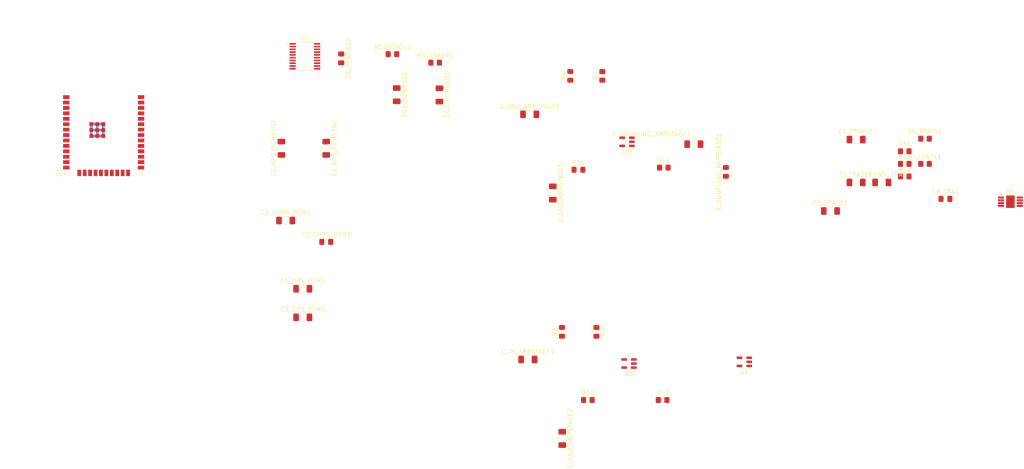
<source format=kicad_pcb>
(kicad_pcb (version 20240108) (generator "pcbnew") (generator_version "8.0")
  (layers (0 "F.Cu" signal) (31 "B.Cu" signal) (34 "B.Paste" user) (35 "F.Paste" user) (36 "B.SilkS" user "B.Silkscreen") (37 "F.SilkS" user "F.Silkscreen") (38 "B.Mask" user) (39 "F.Mask" user) (44 "Edge.Cuts" user))
  (net 0 "")
  (net 1 "GND")
  (net 2 "+3.3V")
  (net 3 "/VNEG")
  (net 4 "/LDOO")
  (net 5 "Net-(U2-CAPM)")
  (net 6 "Net-(U2-CAPP)")
  (net 7 "Net-(U6-BYPASS)")
  (net 8 "/Vo+")
  (net 9 "Net-(CC_TPA711-Pad2)")
  (net 10 "/IN")
  (net 11 "/OUTDACL")
  (net 12 "/OUTDACR")
  (net 13 "/BUFFEROUT")
  (net 14 "Net-(CI_TPA711-Pad1)")
  (net 15 "Net-(C_COUPLING_AMPSTAGE1-Pad2)")
  (net 16 "/ES2FILTER")
  (net 17 "Net-(C_GND_AMPSTAGE1-Pad2)")
  (net 18 "Net-(C_GND_AMPSTAGE2-Pad2)")
  (net 19 "Net-(U4-+)")
  (net 20 "Net-(U3-+)")
  (net 21 "Net-(U6-SE{slash}~{BTL})")
  (net 22 "+5V")
  (net 23 "/SE{slash}~{BTL}_SWITCH")
  (net 24 "Net-(U4--)")
  (net 25 "Net-(U3--)")
  (net 26 "Net-(RF2-Pad2)")
  (net 27 "Net-(U2-OUTL)")
  (net 28 "Net-(U2-OUTR)")
  (net 29 "/BCK")
  (net 36 "/DIN")
  (net 48 "/SCK")
  (net 53 "/LRCK")
  (net 63 "/XSMT{slash}MUTE")
  (net 64 "/Vo-")
  (net 65 "/SYSTEMCTL")
  (footprint "Capacitor_SMD:C_1206_3216Metric_Pad1.33x1.80mm_HandSolder" (layer "F.Cu") (at 98.3625 118.625)
    (property "Reference" "C2_DPS_PCM1" (at 0 -1.85 0) (layer "F.SilkS"))
    (property "Value" "0.1uF")
    (fp_line (start -0.711252 -0.91) (end 0.711252 -0.91) (stroke (width 0.12)) (layer "F.SilkS"))
    (fp_line (start -0.711252 0.91) (end 0.711252 0.91) (stroke (width 0.12)) (layer "F.SilkS"))
    (pad "1" smd roundrect (at -1.5625 0) (size 1.325 1.8) (layers "F.Cu" "F.Paste" "F.Mask") (roundrect_rratio 0.188679) (net 4 "/LDOO"))
    (pad "2" smd roundrect (at 1.5625 0) (size 1.325 1.8) (layers "F.Cu" "F.Paste" "F.Mask") (roundrect_rratio 0.188679) (net 1 "GND"))
  )
  (footprint "LED_SMD:LED_0805_2012Metric_Pad1.15x1.40mm_HandSolder" (layer "F.Cu") (at 162.9125 84.025)
    (property "Reference" "RG1" (at 0 -1.65 0) (layer "F.SilkS"))
    (property "Value" "200k")
    (fp_line (start -1.86 -0.96) (end -1.86 0.96) (stroke (width 0.12)) (layer "F.SilkS"))
    (fp_line (start -1.86 0.96) (end 1 0.96) (stroke (width 0.12)) (layer "F.SilkS"))
    (fp_line (start 1 -0.96) (end -1.86 -0.96) (stroke (width 0.12)) (layer "F.SilkS"))
    (pad "1" smd roundrect (at -1.025 0) (size 1.15 1.4) (layers "F.Cu" "F.Paste" "F.Mask") (roundrect_rratio 0.217391) (net 17 "Net-(C_GND_AMPSTAGE1-Pad2)"))
    (pad "2" smd roundrect (at 1.025 0) (size 1.15 1.4) (layers "F.Cu" "F.Paste" "F.Mask") (roundrect_rratio 0.217391) (net 24 "Net-(U4--)"))
  )
  (footprint "Capacitor_SMD:C_1206_3216Metric_Pad1.33x1.80mm_HandSolder" (layer "F.Cu") (at 227.9375 87)
    (property "Reference" "CI_TPA711" (at 0 -1.85 0) (layer "F.SilkS"))
    (property "Value" "0.47uF")
    (fp_line (start -0.711252 -0.91) (end 0.711252 -0.91) (stroke (width 0.12)) (layer "F.SilkS"))
    (fp_line (start -0.711252 0.91) (end 0.711252 0.91) (stroke (width 0.12)) (layer "F.SilkS"))
    (pad "1" smd roundrect (at -1.5625 0) (size 1.325 1.8) (layers "F.Cu" "F.Paste" "F.Mask") (roundrect_rratio 0.188679) (net 14 "Net-(CI_TPA711-Pad1)"))
    (pad "2" smd roundrect (at 1.5625 0) (size 1.325 1.8) (layers "F.Cu" "F.Paste" "F.Mask") (roundrect_rratio 0.188679) (net 13 "/BUFFEROUT"))
  )
  (footprint "Package_TO_SOT_SMD:SOT-23-5" (layer "F.Cu") (at 174.7625 129.45 180)
    (property "Reference" "U3" (at 0 -2.4 360) (layer "F.SilkS"))
    (property "Value" "MCP6001-OT")
    (fp_line (start 0 1.56) (end 0.8 1.56) (stroke (width 0.12)) (layer "F.SilkS"))
    (fp_line (start 0 1.56) (end -0.8 1.56) (stroke (width 0.12)) (layer "F.SilkS"))
    (fp_line (start 0 -1.56) (end 0.8 -1.56) (stroke (width 0.12)) (layer "F.SilkS"))
    (fp_line (start 0 -1.56) (end -0.8 -1.56) (stroke (width 0.12)) (layer "F.SilkS"))
    (fp_poly (pts (xy -1.3 -1.51) (xy -1.54 -1.84) (xy -1.06 -1.84) (xy -1.3 -1.51)) (stroke (width 0.12)) (fill solid) (layer "F.SilkS"))
    (pad "1" smd roundrect (at -1.1375 -0.95 180) (size 1.325 0.6) (layers "F.Cu" "F.Paste" "F.Mask") (net 26 "Net-(RF2-Pad2)"))
    (pad "2" smd roundrect (at -1.1375 0 180) (size 1.325 0.6) (layers "F.Cu" "F.Paste" "F.Mask") (net 1 "GND"))
    (pad "3" smd roundrect (at -1.1375 0.95 180) (size 1.325 0.6) (layers "F.Cu" "F.Paste" "F.Mask") (net 20 "Net-(U3-+)"))
    (pad "4" smd roundrect (at 1.1375 0.95 180) (size 1.325 0.6) (layers "F.Cu" "F.Paste" "F.Mask") (net 25 "Net-(U3--)"))
    (pad "5" smd roundrect (at 1.1375 -0.95 180) (size 1.325 0.6) (layers "F.Cu" "F.Paste" "F.Mask") (net 22 "+5V"))
  )
  (footprint "Resistor_SMD:R_0805_2012Metric_Pad1.20x1.40mm_HandSolder" (layer "F.Cu") (at 165.125 138)
    (property "Reference" "RG2" (at 0 -1.65 0) (layer "F.SilkS"))
    (property "Value" "200K")
    (fp_line (start -0.227064 -0.735) (end 0.227064 -0.735) (stroke (width 0.12)) (layer "F.SilkS"))
    (fp_line (start -0.227064 0.735) (end 0.227064 0.735) (stroke (width 0.12)) (layer "F.SilkS"))
    (pad "1" smd roundrect (at -1 0) (size 1.2 1.4) (layers "F.Cu" "F.Paste" "F.Mask") (roundrect_rratio 0.208333) (net 18 "Net-(C_GND_AMPSTAGE2-Pad2)"))
    (pad "2" smd roundrect (at 1 0) (size 1.2 1.4) (layers "F.Cu" "F.Paste" "F.Mask") (roundrect_rratio 0.208333) (net 25 "Net-(U3--)"))
  )
  (footprint "Capacitor_SMD:C_1206_3216Metric_Pad1.33x1.80mm_HandSolder" (layer "F.Cu") (at 103.8625 78.9875 -90)
    (property "Reference" "C1_APS_PCM5102" (at 0 -1.85 90) (layer "F.SilkS"))
    (property "Value" "10uF")
    (fp_line (start -0.711252 0.91) (end 0.711252 0.91) (stroke (width 0.12)) (layer "F.SilkS"))
    (fp_line (start -0.711252 -0.91) (end 0.711252 -0.91) (stroke (width 0.12)) (layer "F.SilkS"))
    (pad "1" smd roundrect (at -1.5625 0 270) (size 1.325 1.8) (layers "F.Cu" "F.Paste" "F.Mask") (roundrect_rratio 0.188679) (net 2 "+3.3V"))
    (pad "2" smd roundrect (at 1.5625 0 270) (size 1.325 1.8) (layers "F.Cu" "F.Paste" "F.Mask") (roundrect_rratio 0.188679) (net 1 "GND"))
  )
  (footprint "Resistor_SMD:R_0805_2012Metric_Pad1.20x1.40mm_HandSolder" (layer "F.Cu") (at 119.3625 56.925)
    (property "Reference" "ROUTDACL1" (at 0 -1.65 0) (layer "F.SilkS"))
    (property "Value" "470")
    (fp_line (start -0.227064 -0.735) (end 0.227064 -0.735) (stroke (width 0.12)) (layer "F.SilkS"))
    (fp_line (start -0.227064 0.735) (end 0.227064 0.735) (stroke (width 0.12)) (layer "F.SilkS"))
    (pad "1" smd roundrect (at -1 0) (size 1.2 1.4) (layers "F.Cu" "F.Paste" "F.Mask") (roundrect_rratio 0.208333) (net 27 "Net-(U2-OUTL)"))
    (pad "2" smd roundrect (at 1 0) (size 1.2 1.4) (layers "F.Cu" "F.Paste" "F.Mask") (roundrect_rratio 0.208333) (net 11 "/OUTDACL"))
  )
  (footprint "Capacitor_SMD:C_1206_3216Metric_Pad1.33x1.80mm_HandSolder" (layer "F.Cu") (at 151.5 71.025)
    (property "Reference" "C_GND_AMPSTAGE3" (at 0 -1.85 0) (layer "F.SilkS"))
    (property "Value" "10uF")
    (fp_line (start -0.711252 -0.91) (end 0.711252 -0.91) (stroke (width 0.12)) (layer "F.SilkS"))
    (fp_line (start -0.711252 0.91) (end 0.711252 0.91) (stroke (width 0.12)) (layer "F.SilkS"))
    (pad "1" smd roundrect (at -1.5625 0) (size 1.325 1.8) (layers "F.Cu" "F.Paste" "F.Mask") (roundrect_rratio 0.188679) (net 12 "/OUTDACR"))
    (pad "2" smd roundrect (at 1.5625 0) (size 1.325 1.8) (layers "F.Cu" "F.Paste" "F.Mask") (roundrect_rratio 0.188679) (net 19 "Net-(U4-+)"))
  )
  (footprint "Capacitor_SMD:C_1206_3216Metric_Pad1.33x1.80mm_HandSolder" (layer "F.Cu") (at 151.0625 128.5)
    (property "Reference" "C_IN_AMPSTAGE1" (at 0 -1.85 0) (layer "F.SilkS"))
    (property "Value" "10uF")
    (fp_line (start -0.711252 -0.91) (end 0.711252 -0.91) (stroke (width 0.12)) (layer "F.SilkS"))
    (fp_line (start -0.711252 0.91) (end 0.711252 0.91) (stroke (width 0.12)) (layer "F.SilkS"))
    (pad "1" smd roundrect (at -1.5625 0) (size 1.325 1.8) (layers "F.Cu" "F.Paste" "F.Mask") (roundrect_rratio 0.188679) (net 16 "/ES2FILTER"))
    (pad "2" smd roundrect (at 1.5625 0) (size 1.325 1.8) (layers "F.Cu" "F.Paste" "F.Mask") (roundrect_rratio 0.188679) (net 20 "Net-(U3-+)"))
  )
  (footprint "Resistor_SMD:R_0805_2012Metric_Pad1.20x1.40mm_HandSolder" (layer "F.Cu") (at 239.3275 85.6)
    (property "Reference" "R13" (at 0 -1.65 0) (layer "F.SilkS"))
    (property "Value" "100K")
    (fp_line (start -0.227064 -0.735) (end 0.227064 -0.735) (stroke (width 0.12)) (layer "F.SilkS"))
    (fp_line (start -0.227064 0.735) (end 0.227064 0.735) (stroke (width 0.12)) (layer "F.SilkS"))
    (pad "1" smd roundrect (at -1 0) (size 1.2 1.4) (layers "F.Cu" "F.Paste" "F.Mask") (roundrect_rratio 0.208333) (net 23 "/SE{slash}~{BTL}_SWITCH"))
    (pad "2" smd roundrect (at 1 0) (size 1.2 1.4) (layers "F.Cu" "F.Paste" "F.Mask") (roundrect_rratio 0.208333) (net 21 "Net-(U6-SE{slash}~{BTL})"))
  )
  (footprint "Capacitor_SMD:C_1206_3216Metric_Pad1.33x1.80mm_HandSolder" (layer "F.Cu") (at 233.9475 87)
    (property "Reference" "C_SE/BTL_TPA1" (at 0 -1.85 0) (layer "F.SilkS"))
    (property "Value" "0.1uF")
    (fp_line (start -0.711252 -0.91) (end 0.711252 -0.91) (stroke (width 0.12)) (layer "F.SilkS"))
    (fp_line (start -0.711252 0.91) (end 0.711252 0.91) (stroke (width 0.12)) (layer "F.SilkS"))
    (pad "1" smd roundrect (at -1.5625 0) (size 1.325 1.8) (layers "F.Cu" "F.Paste" "F.Mask") (roundrect_rratio 0.188679) (net 21 "Net-(U6-SE{slash}~{BTL})"))
    (pad "2" smd roundrect (at 1.5625 0) (size 1.325 1.8) (layers "F.Cu" "F.Paste" "F.Mask") (roundrect_rratio 0.188679) (net 1 "GND"))
  )
  (footprint "Capacitor_SMD:C_1206_3216Metric_Pad1.33x1.80mm_HandSolder" (layer "F.Cu") (at 221.9275 93.7)
    (property "Reference" "CC_TPA711" (at 0 -1.85 0) (layer "F.SilkS"))
    (property "Value" "330uF")
    (fp_line (start -0.711252 -0.91) (end 0.711252 -0.91) (stroke (width 0.12)) (layer "F.SilkS"))
    (fp_line (start -0.711252 0.91) (end 0.711252 0.91) (stroke (width 0.12)) (layer "F.SilkS"))
    (pad "1" smd roundrect (at -1.5625 0) (size 1.325 1.8) (layers "F.Cu" "F.Paste" "F.Mask") (roundrect_rratio 0.188679) (net 8 "/Vo+"))
    (pad "2" smd roundrect (at 1.5625 0) (size 1.325 1.8) (layers "F.Cu" "F.Paste" "F.Mask") (roundrect_rratio 0.188679) (net 9 "Net-(CC_TPA711-Pad2)"))
  )
  (footprint "Resistor_SMD:R_0805_2012Metric_Pad1.20x1.40mm_HandSolder" (layer "F.Cu") (at 168.5 62.025 90)
    (property "Reference" "R2" (at 0 -1.65 90) (layer "F.SilkS"))
    (property "Value" "10K")
    (fp_line (start -0.227064 -0.735) (end 0.227064 -0.735) (stroke (width 0.12)) (layer "F.SilkS"))
    (fp_line (start -0.227064 0.735) (end 0.227064 0.735) (stroke (width 0.12)) (layer "F.SilkS"))
    (pad "1" smd roundrect (at -1 0 90) (size 1.2 1.4) (layers "F.Cu" "F.Paste" "F.Mask") (roundrect_rratio 0.208333) (net 19 "Net-(U4-+)"))
    (pad "2" smd roundrect (at 1 0 90) (size 1.2 1.4) (layers "F.Cu" "F.Paste" "F.Mask") (roundrect_rratio 0.208333) (net 1 "GND"))
  )
  (footprint "LED_SMD:LED_0805_2012Metric_Pad1.15x1.40mm_HandSolder" (layer "F.Cu") (at 167.125 122.025 -90)
    (property "Reference" "R4" (at 0 -1.65 90) (layer "F.SilkS"))
    (property "Value" "10K")
    (fp_line (start -1.86 0.96) (end 1 0.96) (stroke (width 0.12)) (layer "F.SilkS"))
    (fp_line (start -1.86 -0.96) (end -1.86 0.96) (stroke (width 0.12)) (layer "F.SilkS"))
    (fp_line (start 1 -0.96) (end -1.86 -0.96) (stroke (width 0.12)) (layer "F.SilkS"))
    (pad "1" smd roundrect (at -1.025 0 270) (size 1.15 1.4) (layers "F.Cu" "F.Paste" "F.Mask") (roundrect_rratio 0.217391) (net 20 "Net-(U3-+)"))
    (pad "2" smd roundrect (at 1.025 0 270) (size 1.15 1.4) (layers "F.Cu" "F.Paste" "F.Mask") (roundrect_rratio 0.217391) (net 1 "GND"))
  )
  (footprint "Capacitor_SMD:C_1206_3216Metric_Pad1.33x1.80mm_HandSolder" (layer "F.Cu") (at 94.3625 95.925)
    (property "Reference" "C1_CPPS_PCM1" (at 0 -1.85 0) (layer "F.SilkS"))
    (property "Value" "0.1uF")
    (fp_line (start -0.711252 -0.91) (end 0.711252 -0.91) (stroke (width 0.12)) (layer "F.SilkS"))
    (fp_line (start -0.711252 0.91) (end 0.711252 0.91) (stroke (width 0.12)) (layer "F.SilkS"))
    (pad "1" smd roundrect (at -1.5625 0) (size 1.325 1.8) (layers "F.Cu" "F.Paste" "F.Mask") (roundrect_rratio 0.188679) (net 1 "GND"))
    (pad "2" smd roundrect (at 1.5625 0) (size 1.325 1.8) (layers "F.Cu" "F.Paste" "F.Mask") (roundrect_rratio 0.188679) (net 2 "+3.3V"))
  )
  (footprint "LED_SMD:LED_0805_2012Metric_Pad1.15x1.40mm_HandSolder" (layer "F.Cu") (at 197.4375 84.525 90)
    (property "Reference" "R_COUPLING_AMPSTAGE1" (at 0 -1.65 90) (layer "F.SilkS"))
    (property "Value" "100K")
    (fp_line (start 1 -0.96) (end -1.86 -0.96) (stroke (width 0.12)) (layer "F.SilkS"))
    (fp_line (start -1.86 -0.96) (end -1.86 0.96) (stroke (width 0.12)) (layer "F.SilkS"))
    (fp_line (start -1.86 0.96) (end 1 0.96) (stroke (width 0.12)) (layer "F.SilkS"))
    (pad "1" smd roundrect (at -1.025 0 90) (size 1.15 1.4) (layers "F.Cu" "F.Paste" "F.Mask") (roundrect_rratio 0.217391) (net 1 "GND"))
    (pad "2" smd roundrect (at 1.025 0 90) (size 1.15 1.4) (layers "F.Cu" "F.Paste" "F.Mask") (roundrect_rratio 0.217391) (net 16 "/ES2FILTER"))
  )
  (footprint "Resistor_SMD:R_0805_2012Metric_Pad1.20x1.40mm_HandSolder" (layer "F.Cu") (at 244.0775 82.65)
    (property "Reference" "RI_TPA711" (at 0 -1.65 0) (layer "F.SilkS"))
    (property "Value" "10K")
    (fp_line (start -0.227064 -0.735) (end 0.227064 -0.735) (stroke (width 0.12)) (layer "F.SilkS"))
    (fp_line (start -0.227064 0.735) (end 0.227064 0.735) (stroke (width 0.12)) (layer "F.SilkS"))
    (pad "1" smd roundrect (at -1 0) (size 1.2 1.4) (layers "F.Cu" "F.Paste" "F.Mask") (roundrect_rratio 0.208333) (net 14 "Net-(CI_TPA711-Pad1)"))
    (pad "2" smd roundrect (at 1 0) (size 1.2 1.4) (layers "F.Cu" "F.Paste" "F.Mask") (roundrect_rratio 0.208333) (net 10 "/IN"))
  )
  (footprint "Package_SO:Texas_DGN0008D_VSSOP-8-1EP_3x3mm_P0.65mm_EP2x2.94mm_Mask1.57x1.89mm" (layer "F.Cu") (at 264.0675 91.52)
    (property "Reference" "U6" (at 0 -2.45 0) (layer "F.SilkS"))
    (property "Value" "TPA711")
    (fp_line (start -1.219089 -1.61) (end -1.5 -1.61) (stroke (width 0.12)) (layer "F.SilkS"))
    (fp_line (start -1.219089 1.61) (end -1.5 1.61) (stroke (width 0.12)) (layer "F.SilkS"))
    (fp_line (start 1.219089 -1.61) (end 1.5 -1.61) (stroke (width 0.12)) (layer "F.SilkS"))
    (fp_line (start 1.219089 1.61) (end 1.5 1.61) (stroke (width 0.12)) (layer "F.SilkS"))
    (fp_poly (pts (xy -2.2125 -1.485) (xy -2.4525 -1.815) (xy -1.9725 -1.815) (xy -2.2125 -1.485)) (stroke (width 0.12)) (fill solid) (layer "F.SilkS"))
    (pad "1" smd roundrect (at -2.2 -0.975) (size 1.45 0.5) (layers "F.Cu" "F.Paste" "F.Mask") (net 65 "/SYSTEMCTL"))
    (pad "2" smd roundrect (at -2.2 -0.325) (size 1.45 0.5) (layers "F.Cu" "F.Paste" "F.Mask") (net 7 "Net-(U6-BYPASS)"))
    (pad "3" smd roundrect (at -2.2 0.325) (size 1.45 0.5) (layers "F.Cu" "F.Paste" "F.Mask") (net 21 "Net-(U6-SE{slash}~{BTL})"))
    (pad "4" smd roundrect (at -2.2 0.975) (size 1.45 0.5) (layers "F.Cu" "F.Paste" "F.Mask") (net 10 "/IN"))
    (pad "5" smd roundrect (at 2.2 0.975) (size 1.45 0.5) (layers "F.Cu" "F.Paste" "F.Mask") (net 8 "/Vo+"))
    (pad "6" smd roundrect (at 2.2 0.325) (size 1.45 0.5) (layers "F.Cu" "F.Paste" "F.Mask") (net 22 "+5V"))
    (pad "7" smd roundrect (at 2.2 -0.325) (size 1.45 0.5) (layers "F.Cu" "F.Paste" "F.Mask") (net 1 "GND"))
    (pad "8" smd roundrect (at 2.2 -0.975) (size 1.45 0.5) (layers "F.Cu" "F.Paste" "F.Mask") (net 64 "/Vo-"))
    (pad "9" smd rect (at 0 0) (size 2 2.94) (property pad_prop_heatsink) (layers "F.Cu"))
  )
  (footprint "Resistor_SMD:R_0805_2012Metric_Pad1.20x1.40mm_HandSolder" (layer "F.Cu") (at 182.625 138)
    (property "Reference" "RF2" (at 0 -1.65 0) (layer "F.SilkS"))
    (property "Value" "10K")
    (fp_line (start -0.227064 -0.735) (end 0.227064 -0.735) (stroke (width 0.12)) (layer "F.SilkS"))
    (fp_line (start -0.227064 0.735) (end 0.227064 0.735) (stroke (width 0.12)) (layer "F.SilkS"))
    (pad "1" smd roundrect (at -1 0) (size 1.2 1.4) (layers "F.Cu" "F.Paste" "F.Mask") (roundrect_rratio 0.208333) (net 25 "Net-(U3--)"))
    (pad "2" smd roundrect (at 1 0) (size 1.2 1.4) (layers "F.Cu" "F.Paste" "F.Mask") (roundrect_rratio 0.208333) (net 26 "Net-(RF2-Pad2)"))
  )
  (footprint "Capacitor_SMD:C_1206_3216Metric_Pad1.33x1.80mm_HandSolder" (layer "F.Cu") (at 159.125 147 -90)
    (property "Reference" "C_GND_AMPSTAGE2" (at 0 -1.85 90) (layer "F.SilkS"))
    (property "Value" "10uF")
    (fp_line (start -0.711252 0.91) (end 0.711252 0.91) (stroke (width 0.12)) (layer "F.SilkS"))
    (fp_line (start -0.711252 -0.91) (end 0.711252 -0.91) (stroke (width 0.12)) (layer "F.SilkS"))
    (pad "1" smd roundrect (at -1.5625 0 270) (size 1.325 1.8) (layers "F.Cu" "F.Paste" "F.Mask") (roundrect_rratio 0.188679) (net 1 "GND"))
    (pad "2" smd roundrect (at 1.5625 0 270) (size 1.325 1.8) (layers "F.Cu" "F.Paste" "F.Mask") (roundrect_rratio 0.188679) (net 18 "Net-(C_GND_AMPSTAGE2-Pad2)"))
  )
  (footprint "Capacitor_SMD:C_1206_3216Metric_Pad1.33x1.80mm_HandSolder" (layer "F.Cu") (at 93.3625 78.9875 90)
    (property "Reference" "C2_APS_PCM5102" (at 0 -1.85 90) (layer "F.SilkS"))
    (property "Value" "0.1uF")
    (fp_line (start -0.711252 -0.91) (end 0.711252 -0.91) (stroke (width 0.12)) (layer "F.SilkS"))
    (fp_line (start -0.711252 0.91) (end 0.711252 0.91) (stroke (width 0.12)) (layer "F.SilkS"))
    (pad "1" smd roundrect (at -1.5625 0 90) (size 1.325 1.8) (layers "F.Cu" "F.Paste" "F.Mask") (roundrect_rratio 0.188679) (net 1 "GND"))
    (pad "2" smd roundrect (at 1.5625 0 90) (size 1.325 1.8) (layers "F.Cu" "F.Paste" "F.Mask") (roundrect_rratio 0.188679) (net 2 "+3.3V"))
  )
  (footprint "Capacitor_SMD:C_0805_2012Metric_Pad1.18x1.45mm_HandSolder" (layer "F.Cu") (at 107.3625 57.925 -90)
    (property "Reference" "CA_PCM5102" (at 0 -1.68 90) (layer "F.SilkS"))
    (property "Value" "2.2uF")
    (fp_line (start -0.261252 0.735) (end 0.261252 0.735) (stroke (width 0.12)) (layer "F.SilkS"))
    (fp_line (start -0.261252 -0.735) (end 0.261252 -0.735) (stroke (width 0.12)) (layer "F.SilkS"))
    (pad "1" smd roundrect (at -1.0375 0 270) (size 1.175 1.45) (layers "F.Cu" "F.Paste" "F.Mask") (roundrect_rratio 0.212766) (net 6 "Net-(U2-CAPP)"))
    (pad "2" smd roundrect (at 1.0375 0 270) (size 1.175 1.45) (layers "F.Cu" "F.Paste" "F.Mask") (roundrect_rratio 0.212766) (net 5 "Net-(U2-CAPM)"))
  )
  (footprint "Capacitor_SMD:C_1206_3216Metric_Pad1.33x1.80mm_HandSolder" (layer "F.Cu") (at 189.9375 78.025)
    (property "Reference" "C_COUPLING_AMPSTAGE1" (at -9.9375 -2.35 0) (layer "F.SilkS"))
    (property "Value" "10uF")
    (fp_line (start -0.711252 -0.91) (end 0.711252 -0.91) (stroke (width 0.12)) (layer "F.SilkS"))
    (fp_line (start -0.711252 0.91) (end 0.711252 0.91) (stroke (width 0.12)) (layer "F.SilkS"))
    (pad "1" smd roundrect (at -1.5625 0) (size 1.325 1.8) (layers "F.Cu" "F.Paste" "F.Mask") (roundrect_rratio 0.188679) (net 16 "/ES2FILTER"))
    (pad "2" smd roundrect (at 1.5625 0) (size 1.325 1.8) (layers "F.Cu" "F.Paste" "F.Mask") (roundrect_rratio 0.188679) (net 15 "Net-(C_COUPLING_AMPSTAGE1-Pad2)"))
  )
  (footprint "Capacitor_SMD:C_1206_3216Metric_Pad1.33x1.80mm_HandSolder" (layer "F.Cu") (at 156.9125 89.475 -90)
    (property "Reference" "C_GND_AMPSTAGE1" (at 0 -1.85 90) (layer "F.SilkS"))
    (property "Value" "10uF")
    (fp_line (start -0.711252 0.91) (end 0.711252 0.91) (stroke (width 0.12)) (layer "F.SilkS"))
    (fp_line (start -0.711252 -0.91) (end 0.711252 -0.91) (stroke (width 0.12)) (layer "F.SilkS"))
    (pad "1" smd roundrect (at -1.5625 0 270) (size 1.325 1.8) (layers "F.Cu" "F.Paste" "F.Mask") (roundrect_rratio 0.188679) (net 1 "GND"))
    (pad "2" smd roundrect (at 1.5625 0 270) (size 1.325 1.8) (layers "F.Cu" "F.Paste" "F.Mask") (roundrect_rratio 0.188679) (net 17 "Net-(C_GND_AMPSTAGE1-Pad2)"))
  )
  (footprint "Package_TO_SOT_SMD:SOT-23-5" (layer "F.Cu") (at 201.7625 129.05 180)
    (property "Reference" "U5" (at 0 -2.4 360) (layer "F.SilkS"))
    (property "Value" "MCP6001")
    (fp_line (start 0 1.56) (end 0.8 1.56) (stroke (width 0.12)) (layer "F.SilkS"))
    (fp_line (start 0 1.56) (end -0.8 1.56) (stroke (width 0.12)) (layer "F.SilkS"))
    (fp_line (start 0 -1.56) (end 0.8 -1.56) (stroke (width 0.12)) (layer "F.SilkS"))
    (fp_line (start 0 -1.56) (end -0.8 -1.56) (stroke (width 0.12)) (layer "F.SilkS"))
    (fp_poly (pts (xy -1.3 -1.51) (xy -1.54 -1.84) (xy -1.06 -1.84) (xy -1.3 -1.51)) (stroke (width 0.12)) (fill solid) (layer "F.SilkS"))
    (pad "1" smd roundrect (at -1.1375 -0.95 180) (size 1.325 0.6) (layers "F.Cu" "F.Paste" "F.Mask") (net 13 "/BUFFEROUT"))
    (pad "2" smd roundrect (at -1.1375 0 180) (size 1.325 0.6) (layers "F.Cu" "F.Paste" "F.Mask") (net 1 "GND"))
    (pad "3" smd roundrect (at -1.1375 0.95 180) (size 1.325 0.6) (layers "F.Cu" "F.Paste" "F.Mask") (net 26 "Net-(RF2-Pad2)"))
    (pad "4" smd roundrect (at 1.1375 0.95 180) (size 1.325 0.6) (layers "F.Cu" "F.Paste" "F.Mask") (net 13 "/BUFFEROUT"))
    (pad "5" smd roundrect (at 1.1375 -0.95 180) (size 1.325 0.6) (layers "F.Cu" "F.Paste" "F.Mask") (net 22 "+5V"))
  )
  (footprint "Resistor_SMD:R_0805_2012Metric_Pad1.20x1.40mm_HandSolder" (layer "F.Cu") (at 182.9125 83.525)
    (property "Reference" "RF1" (at 0 -1.65 0) (layer "F.SilkS"))
    (property "Value" "10K")
    (fp_line (start -0.227064 -0.735) (end 0.227064 -0.735) (stroke (width 0.12)) (layer "F.SilkS"))
    (fp_line (start -0.227064 0.735) (end 0.227064 0.735) (stroke (width 0.12)) (layer "F.SilkS"))
    (pad "1" smd roundrect (at -1 0) (size 1.2 1.4) (layers "F.Cu" "F.Paste" "F.Mask") (roundrect_rratio 0.208333) (net 24 "Net-(U4--)"))
    (pad "2" smd roundrect (at 1 0) (size 1.2 1.4) (layers "F.Cu" "F.Paste" "F.Mask") (roundrect_rratio 0.208333) (net 15 "Net-(C_COUPLING_AMPSTAGE1-Pad2)"))
  )
  (footprint "RF_Module:ESP32-WROOM-32E" (layer "F.Cu") (at 51.75 72.26)
    (property "Reference" "U1" (at -10.5 13.5 90) (layer "F.SilkS") (effects (justify left)))
    (property "Value" "ESP32-WROOM-32E")
    (fp_line (start -9.2 12.95) (end -9.2 12) (stroke (width 0.12)) (layer "F.SilkS"))
    (fp_line (start -7.8 12.95) (end -9.2 12.95) (stroke (width 0.12)) (layer "F.SilkS"))
    (fp_line (start 7.8 12.95) (end 9.2 12.95) (stroke (width 0.12)) (layer "F.SilkS"))
    (fp_line (start 9.2 12.95) (end 9.2 12) (stroke (width 0.12)) (layer "F.SilkS"))
    (fp_poly (pts (xy -9.2 -6) (xy -9.7 -6) (xy -9.2 -6.5) (xy -9.2 -6)) (stroke (width 0.12)) (fill solid) (layer "F.SilkS"))
    (pad "1" smd rect (at -8.75 -5.26) (size 1.5 0.9) (layers "F.Cu" "F.Paste" "F.Mask") (net 1 "GND"))
    (pad "2" smd rect (at -8.75 -3.99) (size 1.5 0.9) (layers "F.Cu" "F.Paste" "F.Mask") (net 22 "+5V"))
    (pad "3" smd rect (at -8.75 -2.72) (size 1.5 0.9) (layers "F.Cu" "F.Paste" "F.Mask"))
    (pad "4" smd rect (at -8.75 -1.45) (size 1.5 0.9) (layers "F.Cu" "F.Paste" "F.Mask"))
    (pad "5" smd rect (at -8.75 -0.18) (size 1.5 0.9) (layers "F.Cu" "F.Paste" "F.Mask"))
    (pad "6" smd rect (at -8.75 1.09) (size 1.5 0.9) (layers "F.Cu" "F.Paste" "F.Mask"))
    (pad "7" smd rect (at -8.75 2.36) (size 1.5 0.9) (layers "F.Cu" "F.Paste" "F.Mask"))
    (pad "8" smd rect (at -8.75 3.63) (size 1.5 0.9) (layers "F.Cu" "F.Paste" "F.Mask"))
    (pad "9" smd rect (at -8.75 4.9) (size 1.5 0.9) (layers "F.Cu" "F.Paste" "F.Mask"))
    (pad "10" smd rect (at -8.75 6.17) (size 1.5 0.9) (layers "F.Cu" "F.Paste" "F.Mask"))
    (pad "11" smd rect (at -8.75 7.44) (size 1.5 0.9) (layers "F.Cu" "F.Paste" "F.Mask"))
    (pad "12" smd rect (at -8.75 8.71) (size 1.5 0.9) (layers "F.Cu" "F.Paste" "F.Mask"))
    (pad "13" smd rect (at -8.75 9.98) (size 1.5 0.9) (layers "F.Cu" "F.Paste" "F.Mask") (net 29 "/BCK"))
    (pad "14" smd rect (at -8.75 11.25) (size 1.5 0.9) (layers "F.Cu" "F.Paste" "F.Mask") (net 53 "/LRCK"))
    (pad "15" smd rect (at -5.715 12.5 90) (size 1.5 0.9) (layers "F.Cu" "F.Paste" "F.Mask") (net 1 "GND"))
    (pad "16" smd rect (at -4.445 12.5 90) (size 1.5 0.9) (layers "F.Cu" "F.Paste" "F.Mask") (net 36 "/DIN"))
    (pad "17" smd rect (at -3.175 12.5 90) (size 1.5 0.9) (layers "F.Cu" "F.Paste" "F.Mask"))
    (pad "18" smd rect (at -1.905 12.5 90) (size 1.5 0.9) (layers "F.Cu" "F.Paste" "F.Mask"))
    (pad "19" smd rect (at -0.635 12.5 90) (size 1.5 0.9) (layers "F.Cu" "F.Paste" "F.Mask"))
    (pad "20" smd rect (at 0.635 12.5 90) (size 1.5 0.9) (layers "F.Cu" "F.Paste" "F.Mask"))
    (pad "21" smd rect (at 1.905 12.5 90) (size 1.5 0.9) (layers "F.Cu" "F.Paste" "F.Mask"))
    (pad "22" smd rect (at 3.175 12.5 90) (size 1.5 0.9) (layers "F.Cu" "F.Paste" "F.Mask"))
    (pad "23" smd rect (at 4.445 12.5 90) (size 1.5 0.9) (layers "F.Cu" "F.Paste" "F.Mask") (net 48 "/SCK"))
    (pad "24" smd rect (at 5.715 12.5 90) (size 1.5 0.9) (layers "F.Cu" "F.Paste" "F.Mask"))
    (pad "25" smd rect (at 8.75 11.25) (size 1.5 0.9) (layers "F.Cu" "F.Paste" "F.Mask"))
    (pad "26" smd rect (at 8.75 9.98) (size 1.5 0.9) (layers "F.Cu" "F.Paste" "F.Mask"))
    (pad "27" smd rect (at 8.75 8.71) (size 1.5 0.9) (layers "F.Cu" "F.Paste" "F.Mask"))
    (pad "28" smd rect (at 8.75 7.44) (size 1.5 0.9) (layers "F.Cu" "F.Paste" "F.Mask"))
    (pad "29" smd rect (at 8.75 6.17) (size 1.5 0.9) (layers "F.Cu" "F.Paste" "F.Mask"))
    (pad "30" smd rect (at 8.75 4.9) (size 1.5 0.9) (layers "F.Cu" "F.Paste" "F.Mask"))
    (pad "31" smd rect (at 8.75 3.63) (size 1.5 0.9) (layers "F.Cu" "F.Paste" "F.Mask"))
    (pad "32" smd rect (at 8.75 2.36) (size 1.5 0.9) (layers "F.Cu" "F.Paste" "F.Mask"))
    (pad "33" smd rect (at 8.75 1.09) (size 1.5 0.9) (layers "F.Cu" "F.Paste" "F.Mask"))
    (pad "34" smd rect (at 8.75 -0.18) (size 1.5 0.9) (layers "F.Cu" "F.Paste" "F.Mask"))
    (pad "35" smd rect (at 8.75 -1.45) (size 1.5 0.9) (layers "F.Cu" "F.Paste" "F.Mask"))
    (pad "36" smd rect (at 8.75 -2.72) (size 1.5 0.9) (layers "F.Cu" "F.Paste" "F.Mask"))
    (pad "37" smd rect (at 8.75 -3.99) (size 1.5 0.9) (layers "F.Cu" "F.Paste" "F.Mask"))
    (pad "38" smd rect (at 8.75 -5.26) (size 1.5 0.9) (layers "F.Cu" "F.Paste" "F.Mask") (net 1 "GND"))
    (pad "39" smd rect (at -2.9 1.06) (size 0.9 0.9) (layers "F.Cu" "F.Paste" "F.Mask") (net 1 "GND"))
    (pad "39" thru_hole circle (at -2.9 1.76) (size 0.6 0.6) (drill 0.2) (layers "*.Cu" "*.Mask") (net 1 "GND"))
    (pad "39" smd rect (at -2.9 2.46) (size 0.9 0.9) (layers "F.Cu" "F.Paste" "F.Mask") (net 1 "GND"))
    (pad "39" thru_hole circle (at -2.9 3.16) (size 0.6 0.6) (drill 0.2) (layers "*.Cu" "*.Mask") (net 1 "GND"))
    (pad "39" smd rect (at -2.9 3.86) (size 0.9 0.9) (layers "F.Cu" "F.Paste" "F.Mask") (net 1 "GND"))
    (pad "39" thru_hole circle (at -2.2 1.06) (size 0.6 0.6) (drill 0.2) (layers "*.Cu" "*.Mask") (net 1 "GND"))
    (pad "39" thru_hole circle (at -2.2 2.46) (size 0.6 0.6) (drill 0.2) (layers "*.Cu" "*.Mask") (net 1 "GND"))
    (pad "39" thru_hole circle (at -2.2 3.86) (size 0.6 0.6) (drill 0.2) (layers "*.Cu" "*.Mask") (net 1 "GND"))
    (pad "39" smd rect (at -1.5 1.06) (size 0.9 0.9) (layers "F.Cu" "F.Paste" "F.Mask") (net 1 "GND"))
    (pad "39" thru_hole circle (at -1.5 1.76) (size 0.6 0.6) (drill 0.2) (layers "*.Cu" "*.Mask") (net 1 "GND"))
    (pad "39" smd rect (at -1.5 2.46) (size 0.9 0.9) (layers "F.Cu" "F.Paste" "F.Mask") (net 1 "GND"))
    (pad "39" thru_hole circle (at -1.5 3.16) (size 0.6 0.6) (drill 0.2) (layers "*.Cu" "*.Mask") (net 1 "GND"))
    (pad "39" smd rect (at -1.5 3.86) (size 0.9 0.9) (layers "F.Cu" "F.Paste" "F.Mask") (net 1 "GND"))
    (pad "39" thru_hole circle (at -0.8 1.06) (size 0.6 0.6) (drill 0.2) (layers "*.Cu" "*.Mask") (net 1 "GND"))
    (pad "39" thru_hole circle (at -0.8 2.46) (size 0.6 0.6) (drill 0.2) (layers "*.Cu" "*.Mask") (net 1 "GND"))
    (pad "39" thru_hole circle (at -0.8 3.86) (size 0.6 0.6) (drill 0.2) (layers "*.Cu" "*.Mask") (net 1 "GND"))
    (pad "39" smd rect (at -0.1 1.06) (size 0.9 0.9) (layers "F.Cu" "F.Paste" "F.Mask") (net 1 "GND"))
    (pad "39" thru_hole circle (at -0.1 1.76) (size 0.6 0.6) (drill 0.2) (layers "*.Cu" "*.Mask") (net 1 "GND"))
    (pad "39" smd rect (at -0.1 2.46) (size 0.9 0.9) (layers "F.Cu" "F.Paste" "F.Mask") (net 1 "GND"))
    (pad "39" thru_hole circle (at -0.1 3.16) (size 0.6 0.6) (drill 0.2) (layers "*.Cu" "*.Mask") (net 1 "GND"))
    (pad "39" smd rect (at -0.1 3.86) (size 0.9 0.9) (layers "F.Cu" "F.Paste" "F.Mask") (net 1 "GND"))
  )
  (footprint "Resistor_SMD:R_0805_2012Metric_Pad1.20x1.40mm_HandSolder" (layer "F.Cu") (at 244.0775 76.75)
    (property "Reference" "RF_TPA711" (at 0 -1.65 0) (layer "F.SilkS"))
    (property "Value" "50k")
    (fp_line (start -0.227064 -0.735) (end 0.227064 -0.735) (stroke (width 0.12)) (layer "F.SilkS"))
    (fp_line (start -0.227064 0.735) (end 0.227064 0.735) (stroke (width 0.12)) (layer "F.SilkS"))
    (pad "1" smd roundrect (at -1 0) (size 1.2 1.4) (layers "F.Cu" "F.Paste" "F.Mask") (roundrect_rratio 0.208333) (net 8 "/Vo+"))
    (pad "2" smd roundrect (at 1 0) (size 1.2 1.4) (layers "F.Cu" "F.Paste" "F.Mask") (roundrect_rratio 0.208333) (net 10 "/IN"))
  )
  (footprint "Package_SO:TSSOP-20_4.4x6.5mm_P0.65mm" (layer "F.Cu") (at 98.8625 57.425)
    (property "Reference" "U2" (at 0 -4.2 0) (layer "F.SilkS"))
    (property "Value" "PCM5102")
    (fp_line (start 0 -3.385) (end -2.2 -3.385) (stroke (width 0.12)) (layer "F.SilkS"))
    (fp_line (start 0 -3.385) (end 2.2 -3.385) (stroke (width 0.12)) (layer "F.SilkS"))
    (fp_line (start 0 3.385) (end -2.2 3.385) (stroke (width 0.12)) (layer "F.SilkS"))
    (fp_line (start 0 3.385) (end 2.2 3.385) (stroke (width 0.12)) (layer "F.SilkS"))
    (fp_poly (pts (xy -3.86 -2.925) (xy -4.19 -3.165) (xy -4.19 -2.685) (xy -3.86 -2.925)) (stroke (width 0.12)) (fill solid) (layer "F.SilkS"))
    (pad "1" smd roundrect (at -2.8625 -2.925) (size 1.475 0.4) (layers "F.Cu" "F.Paste" "F.Mask") (net 2 "+3.3V"))
    (pad "2" smd roundrect (at -2.8625 -2.275) (size 1.475 0.4) (layers "F.Cu" "F.Paste" "F.Mask") (net 6 "Net-(U2-CAPP)"))
    (pad "3" smd roundrect (at -2.8625 -1.625) (size 1.475 0.4) (layers "F.Cu" "F.Paste" "F.Mask") (net 1 "GND"))
    (pad "4" smd roundrect (at -2.8625 -0.975) (size 1.475 0.4) (layers "F.Cu" "F.Paste" "F.Mask") (net 5 "Net-(U2-CAPM)"))
    (pad "5" smd roundrect (at -2.8625 -0.325) (size 1.475 0.4) (layers "F.Cu" "F.Paste" "F.Mask") (net 3 "/VNEG"))
    (pad "6" smd roundrect (at -2.8625 0.325) (size 1.475 0.4) (layers "F.Cu" "F.Paste" "F.Mask") (net 27 "Net-(U2-OUTL)"))
    (pad "7" smd roundrect (at -2.8625 0.975) (size 1.475 0.4) (layers "F.Cu" "F.Paste" "F.Mask") (net 28 "Net-(U2-OUTR)"))
    (pad "8" smd roundrect (at -2.8625 1.625) (size 1.475 0.4) (layers "F.Cu" "F.Paste" "F.Mask") (net 2 "+3.3V"))
    (pad "9" smd roundrect (at -2.8625 2.275) (size 1.475 0.4) (layers "F.Cu" "F.Paste" "F.Mask") (net 1 "GND"))
    (pad "10" smd roundrect (at -2.8625 2.925) (size 1.475 0.4) (layers "F.Cu" "F.Paste" "F.Mask") (net 1 "GND"))
    (pad "11" smd roundrect (at 2.8625 2.925) (size 1.475 0.4) (layers "F.Cu" "F.Paste" "F.Mask") (net 1 "GND"))
    (pad "12" smd roundrect (at 2.8625 2.275) (size 1.475 0.4) (layers "F.Cu" "F.Paste" "F.Mask") (net 48 "/SCK"))
    (pad "13" smd roundrect (at 2.8625 1.625) (size 1.475 0.4) (layers "F.Cu" "F.Paste" "F.Mask") (net 29 "/BCK"))
    (pad "14" smd roundrect (at 2.8625 0.975) (size 1.475 0.4) (layers "F.Cu" "F.Paste" "F.Mask") (net 36 "/DIN"))
    (pad "15" smd roundrect (at 2.8625 0.325) (size 1.475 0.4) (layers "F.Cu" "F.Paste" "F.Mask") (net 53 "/LRCK"))
    (pad "16" smd roundrect (at 2.8625 -0.325) (size 1.475 0.4) (layers "F.Cu" "F.Paste" "F.Mask") (net 1 "GND"))
    (pad "17" smd roundrect (at 2.8625 -0.975) (size 1.475 0.4) (layers "F.Cu" "F.Paste" "F.Mask") (net 63 "/XSMT{slash}MUTE"))
    (pad "18" smd roundrect (at 2.8625 -1.625) (size 1.475 0.4) (layers "F.Cu" "F.Paste" "F.Mask") (net 4 "/LDOO"))
    (pad "19" smd roundrect (at 2.8625 -2.275) (size 1.475 0.4) (layers "F.Cu" "F.Paste" "F.Mask") (net 1 "GND"))
    (pad "20" smd roundrect (at 2.8625 -2.925) (size 1.475 0.4) (layers "F.Cu" "F.Paste" "F.Mask") (net 2 "+3.3V"))
  )
  (footprint "Capacitor_SMD:C_0805_2012Metric_Pad1.18x1.45mm_HandSolder" (layer "F.Cu") (at 103.8625 100.925)
    (property "Reference" "C2_CPPS_PCM1" (at 0 -1.68 0) (layer "F.SilkS"))
    (property "Value" "2.2uF")
    (fp_line (start -0.261252 -0.735) (end 0.261252 -0.735) (stroke (width 0.12)) (layer "F.SilkS"))
    (fp_line (start -0.261252 0.735) (end 0.261252 0.735) (stroke (width 0.12)) (layer "F.SilkS"))
    (pad "1" smd roundrect (at -1.0375 0) (size 1.175 1.45) (layers "F.Cu" "F.Paste" "F.Mask") (roundrect_rratio 0.212766) (net 1 "GND"))
    (pad "2" smd roundrect (at 1.0375 0) (size 1.175 1.45) (layers "F.Cu" "F.Paste" "F.Mask") (roundrect_rratio 0.212766) (net 3 "/VNEG"))
  )
  (footprint "Capacitor_SMD:C_1206_3216Metric_Pad1.33x1.80mm_HandSolder" (layer "F.Cu") (at 120.3625 66.425 -90)
    (property "Reference" "CG1_PCM5102" (at 0 -1.85 90) (layer "F.SilkS"))
    (property "Value" "2.2nF")
    (fp_line (start -0.711252 0.91) (end 0.711252 0.91) (stroke (width 0.12)) (layer "F.SilkS"))
    (fp_line (start -0.711252 -0.91) (end 0.711252 -0.91) (stroke (width 0.12)) (layer "F.SilkS"))
    (pad "1" smd roundrect (at -1.5625 0 270) (size 1.325 1.8) (layers "F.Cu" "F.Paste" "F.Mask") (roundrect_rratio 0.188679) (net 11 "/OUTDACL"))
    (pad "2" smd roundrect (at 1.5625 0 270) (size 1.325 1.8) (layers "F.Cu" "F.Paste" "F.Mask") (roundrect_rratio 0.188679) (net 1 "GND"))
  )
  (footprint "Package_TO_SOT_SMD:SOT-23-5" (layer "F.Cu") (at 174.3 77.475 180)
    (property "Reference" "U4" (at 0 -2.4 360) (layer "F.SilkS"))
    (property "Value" "MCP6001-OT")
    (fp_line (start 0 1.56) (end 0.8 1.56) (stroke (width 0.12)) (layer "F.SilkS"))
    (fp_line (start 0 1.56) (end -0.8 1.56) (stroke (width 0.12)) (layer "F.SilkS"))
    (fp_line (start 0 -1.56) (end 0.8 -1.56) (stroke (width 0.12)) (layer "F.SilkS"))
    (fp_line (start 0 -1.56) (end -0.8 -1.56) (stroke (width 0.12)) (layer "F.SilkS"))
    (fp_poly (pts (xy -1.3 -1.51) (xy -1.54 -1.84) (xy -1.06 -1.84) (xy -1.3 -1.51)) (stroke (width 0.12)) (fill solid) (layer "F.SilkS"))
    (pad "1" smd roundrect (at -1.1375 -0.95 180) (size 1.325 0.6) (layers "F.Cu" "F.Paste" "F.Mask") (net 15 "Net-(C_COUPLING_AMPSTAGE1-Pad2)"))
    (pad "2" smd roundrect (at -1.1375 0 180) (size 1.325 0.6) (layers "F.Cu" "F.Paste" "F.Mask") (net 1 "GND"))
    (pad "3" smd roundrect (at -1.1375 0.95 180) (size 1.325 0.6) (layers "F.Cu" "F.Paste" "F.Mask") (net 19 "Net-(U4-+)"))
    (pad "4" smd roundrect (at 1.1375 0.95 180) (size 1.325 0.6) (layers "F.Cu" "F.Paste" "F.Mask") (net 24 "Net-(U4--)"))
    (pad "5" smd roundrect (at 1.1375 -0.95 180) (size 1.325 0.6) (layers "F.Cu" "F.Paste" "F.Mask") (net 22 "+5V"))
  )
  (footprint "Capacitor_SMD:C_1206_3216Metric_Pad1.33x1.80mm_HandSolder" (layer "F.Cu") (at 227.9375 76.95)
    (property "Reference" "CF_TPA711" (at 0 -1.85 0) (layer "F.SilkS"))
    (property "Value" "5pF")
    (fp_line (start -0.711252 -0.91) (end 0.711252 -0.91) (stroke (width 0.12)) (layer "F.SilkS"))
    (fp_line (start -0.711252 0.91) (end 0.711252 0.91) (stroke (width 0.12)) (layer "F.SilkS"))
    (pad "1" smd roundrect (at -1.5625 0) (size 1.325 1.8) (layers "F.Cu" "F.Paste" "F.Mask") (roundrect_rratio 0.188679) (net 10 "/IN"))
    (pad "2" smd roundrect (at 1.5625 0) (size 1.325 1.8) (layers "F.Cu" "F.Paste" "F.Mask") (roundrect_rratio 0.188679) (net 8 "/Vo+"))
  )
  (footprint "Capacitor_SMD:C_0805_2012Metric_Pad1.18x1.45mm_HandSolder" (layer "F.Cu") (at 248.8575 90.85)
    (property "Reference" "CB_TPA1" (at 0 -1.68 0) (layer "F.SilkS"))
    (property "Value" "2.2uF")
    (fp_line (start -0.261252 -0.735) (end 0.261252 -0.735) (stroke (width 0.12)) (layer "F.SilkS"))
    (fp_line (start -0.261252 0.735) (end 0.261252 0.735) (stroke (width 0.12)) (layer "F.SilkS"))
    (pad "1" smd roundrect (at -1.0375 0) (size 1.175 1.45) (layers "F.Cu" "F.Paste" "F.Mask") (roundrect_rratio 0.212766) (net 7 "Net-(U6-BYPASS)"))
    (pad "2" smd roundrect (at 1.0375 0) (size 1.175 1.45) (layers "F.Cu" "F.Paste" "F.Mask") (roundrect_rratio 0.212766) (net 1 "GND"))
  )
  (footprint "Capacitor_SMD:C_1206_3216Metric_Pad1.33x1.80mm_HandSolder" (layer "F.Cu") (at 98.3625 111.925)
    (property "Reference" "C1_DPS_PCM1" (at 0 -1.85 0) (layer "F.SilkS"))
    (property "Value" "0.1uF")
    (fp_line (start -0.711252 -0.91) (end 0.711252 -0.91) (stroke (width 0.12)) (layer "F.SilkS"))
    (fp_line (start -0.711252 0.91) (end 0.711252 0.91) (stroke (width 0.12)) (layer "F.SilkS"))
    (pad "1" smd roundrect (at -1.5625 0) (size 1.325 1.8) (layers "F.Cu" "F.Paste" "F.Mask") (roundrect_rratio 0.188679) (net 1 "GND"))
    (pad "2" smd roundrect (at 1.5625 0) (size 1.325 1.8) (layers "F.Cu" "F.Paste" "F.Mask") (roundrect_rratio 0.188679) (net 2 "+3.3V"))
  )
  (footprint "Resistor_SMD:R_0805_2012Metric_Pad1.20x1.40mm_HandSolder" (layer "F.Cu") (at 129.3625 58.925)
    (property "Reference" "ROUTDACR1" (at 0 -1.65 0) (layer "F.SilkS"))
    (property "Value" "470")
    (fp_line (start -0.227064 -0.735) (end 0.227064 -0.735) (stroke (width 0.12)) (layer "F.SilkS"))
    (fp_line (start -0.227064 0.735) (end 0.227064 0.735) (stroke (width 0.12)) (layer "F.SilkS"))
    (pad "1" smd roundrect (at -1 0) (size 1.2 1.4) (layers "F.Cu" "F.Paste" "F.Mask") (roundrect_rratio 0.208333) (net 28 "Net-(U2-OUTR)"))
    (pad "2" smd roundrect (at 1 0) (size 1.2 1.4) (layers "F.Cu" "F.Paste" "F.Mask") (roundrect_rratio 0.208333) (net 12 "/OUTDACR"))
  )
  (footprint "Capacitor_SMD:C_1206_3216Metric_Pad1.33x1.80mm_HandSolder" (layer "F.Cu") (at 130.3625 66.4875 -90)
    (property "Reference" "CG2_PCM5102" (at 0 -1.85 90) (layer "F.SilkS"))
    (property "Value" "2.2nF")
    (fp_line (start -0.711252 0.91) (end 0.711252 0.91) (stroke (width 0.12)) (layer "F.SilkS"))
    (fp_line (start -0.711252 -0.91) (end 0.711252 -0.91) (stroke (width 0.12)) (layer "F.SilkS"))
    (pad "1" smd roundrect (at -1.5625 0 270) (size 1.325 1.8) (layers "F.Cu" "F.Paste" "F.Mask") (roundrect_rratio 0.188679) (net 12 "/OUTDACR"))
    (pad "2" smd roundrect (at 1.5625 0 270) (size 1.325 1.8) (layers "F.Cu" "F.Paste" "F.Mask") (roundrect_rratio 0.188679) (net 1 "GND"))
  )
  (footprint "Resistor_SMD:R_0805_2012Metric_Pad1.20x1.40mm_HandSolder" (layer "F.Cu") (at 239.3275 79.7)
    (property "Reference" "R11" (at 0 -1.65 0) (layer "F.SilkS"))
    (property "Value" "1K")
    (fp_line (start -0.227064 -0.735) (end 0.227064 -0.735) (stroke (width 0.12)) (layer "F.SilkS"))
    (fp_line (start -0.227064 0.735) (end 0.227064 0.735) (stroke (width 0.12)) (layer "F.SilkS"))
    (pad "1" smd roundrect (at -1 0) (size 1.2 1.4) (layers "F.Cu" "F.Paste" "F.Mask") (roundrect_rratio 0.208333) (net 9 "Net-(CC_TPA711-Pad2)"))
    (pad "2" smd roundrect (at 1 0) (size 1.2 1.4) (layers "F.Cu" "F.Paste" "F.Mask") (roundrect_rratio 0.208333) (net 1 "GND"))
  )
  (footprint "LED_SMD:LED_0805_2012Metric_Pad1.15x1.40mm_HandSolder" (layer "F.Cu") (at 161 62.025 90)
    (property "Reference" "R1" (at 0 -1.65 90) (layer "F.SilkS"))
    (property "Value" "10K")
    (fp_line (start 1 -0.96) (end -1.86 -0.96) (stroke (width 0.12)) (layer "F.SilkS"))
    (fp_line (start -1.86 -0.96) (end -1.86 0.96) (stroke (width 0.12)) (layer "F.SilkS"))
    (fp_line (start -1.86 0.96) (end 1 0.96) (stroke (width 0.12)) (layer "F.SilkS"))
    (pad "1" smd roundrect (at -1.025 0 90) (size 1.15 1.4) (layers "F.Cu" "F.Paste" "F.Mask") (roundrect_rratio 0.217391) (net 19 "Net-(U4-+)"))
    (pad "2" smd roundrect (at 1.025 0 90) (size 1.15 1.4) (layers "F.Cu" "F.Paste" "F.Mask") (roundrect_rratio 0.217391) (net 22 "+5V"))
  )
  (footprint "LED_SMD:LED_0805_2012Metric_Pad1.15x1.40mm_HandSolder" (layer "F.Cu") (at 159.0625 122.025 90)
    (property "Reference" "R3" (at 0 -1.65 90) (layer "F.SilkS"))
    (property "Value" "10K")
    (fp_line (start 1 -0.96) (end -1.86 -0.96) (stroke (width 0.12)) (layer "F.SilkS"))
    (fp_line (start -1.86 -0.96) (end -1.86 0.96) (stroke (width 0.12)) (layer "F.SilkS"))
    (fp_line (start -1.86 0.96) (end 1 0.96) (stroke (width 0.12)) (layer "F.SilkS"))
    (pad "1" smd roundrect (at -1.025 0 90) (size 1.15 1.4) (layers "F.Cu" "F.Paste" "F.Mask") (roundrect_rratio 0.217391) (net 20 "Net-(U3-+)"))
    (pad "2" smd roundrect (at 1.025 0 90) (size 1.15 1.4) (layers "F.Cu" "F.Paste" "F.Mask") (roundrect_rratio 0.217391) (net 22 "+5V"))
  )
  (footprint "Resistor_SMD:R_0805_2012Metric_Pad1.20x1.40mm_HandSolder" (layer "F.Cu") (at 239.3275 82.65)
    (property "Reference" "R12" (at 0 -1.65 0) (layer "F.SilkS"))
    (property "Value" "100K")
    (fp_line (start -0.227064 -0.735) (end 0.227064 -0.735) (stroke (width 0.12)) (layer "F.SilkS"))
    (fp_line (start -0.227064 0.735) (end 0.227064 0.735) (stroke (width 0.12)) (layer "F.SilkS"))
    (pad "1" smd roundrect (at -1 0) (size 1.2 1.4) (layers "F.Cu" "F.Paste" "F.Mask") (roundrect_rratio 0.208333) (net 23 "/SE{slash}~{BTL}_SWITCH"))
    (pad "2" smd roundrect (at 1 0) (size 1.2 1.4) (layers "F.Cu" "F.Paste" "F.Mask") (roundrect_rratio 0.208333) (net 22 "+5V"))
  )
)
</source>
